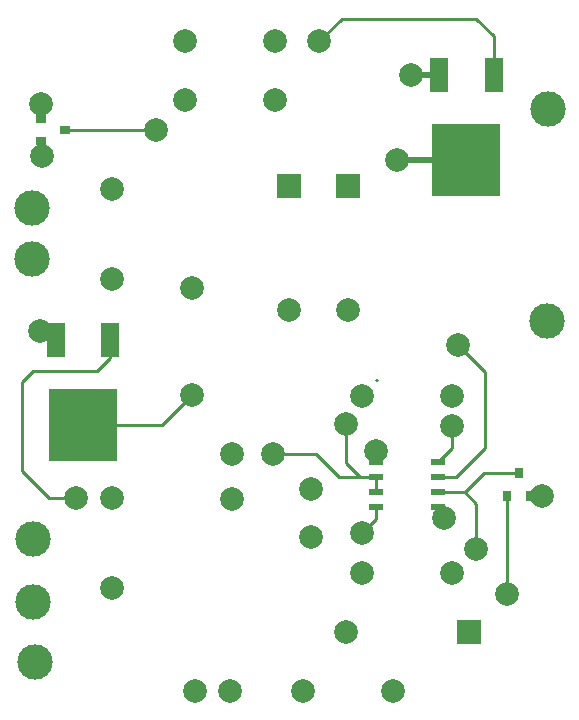
<source format=gtl>
G04 Layer_Physical_Order=1*
G04 Layer_Color=255*
%FSLAX24Y24*%
%MOIN*%
G70*
G01*
G75*
%ADD10R,0.0630X0.1181*%
%ADD11R,0.2283X0.2441*%
%ADD12R,0.0315X0.0354*%
%ADD13R,0.0354X0.0315*%
G04:AMPARAMS|DCode=14|XSize=21.7mil|YSize=49.2mil|CornerRadius=1.9mil|HoleSize=0mil|Usage=FLASHONLY|Rotation=270.000|XOffset=0mil|YOffset=0mil|HoleType=Round|Shape=RoundedRectangle|*
%AMROUNDEDRECTD14*
21,1,0.0217,0.0453,0,0,270.0*
21,1,0.0178,0.0492,0,0,270.0*
1,1,0.0039,-0.0227,-0.0089*
1,1,0.0039,-0.0227,0.0089*
1,1,0.0039,0.0227,0.0089*
1,1,0.0039,0.0227,-0.0089*
%
%ADD14ROUNDEDRECTD14*%
%ADD15C,0.0100*%
%ADD16C,0.0197*%
%ADD17R,0.0787X0.0787*%
%ADD18C,0.0787*%
%ADD19R,0.0787X0.0787*%
%ADD20C,0.1181*%
D10*
X28461Y31378D02*
D03*
X26658D02*
D03*
X15665Y22520D02*
D03*
X13862D02*
D03*
D11*
X27559Y28543D02*
D03*
X14764Y19685D02*
D03*
D12*
X28919Y17323D02*
D03*
X29667D02*
D03*
X29293Y18110D02*
D03*
D13*
X13386Y29902D02*
D03*
Y29154D02*
D03*
X14173Y29528D02*
D03*
D14*
X26624Y16967D02*
D03*
Y17467D02*
D03*
Y17967D02*
D03*
Y18467D02*
D03*
X24557Y16967D02*
D03*
Y17467D02*
D03*
Y17967D02*
D03*
Y18467D02*
D03*
D15*
Y16547D02*
Y16967D01*
X24091Y16081D02*
X24557Y16547D01*
X25240Y28543D02*
X25240Y28543D01*
X14530Y17248D02*
X14530Y17248D01*
X13652Y17248D02*
X14530D01*
X23622Y27650D02*
X23622Y27650D01*
X21120Y18731D02*
X22559D01*
X27260Y22360D02*
X28170Y21450D01*
X28919Y14065D02*
Y17323D01*
X27890Y15563D02*
Y17070D01*
X27091Y18933D02*
Y19660D01*
X26624Y18467D02*
X27091Y18933D01*
X23530Y19740D02*
X23530Y19740D01*
Y18440D02*
Y19740D01*
X28461Y31378D02*
Y32659D01*
X27880Y33240D02*
X28461Y32659D01*
X23400Y33240D02*
X27880D01*
X22640Y32480D02*
X23400Y33240D01*
X14173Y29528D02*
X17201D01*
X25700Y31378D02*
X25700Y31378D01*
X25700D02*
X25700Y31378D01*
X13120Y21500D02*
X15250D01*
X12750Y21130D02*
X13120Y21500D01*
X12750Y18150D02*
Y21130D01*
Y18150D02*
X13652Y17248D01*
X24003Y17967D02*
X24557D01*
X23323D02*
X24003D01*
X23530Y18440D02*
X24003Y17967D01*
X28137Y18110D02*
X29293D01*
X27493Y17467D02*
X28137Y18110D01*
X27493Y17467D02*
X27890Y17070D01*
X26624Y17467D02*
X27493D01*
X14764Y19685D02*
X17404D01*
X28170Y18930D02*
Y21450D01*
X27207Y17967D02*
X28170Y18930D01*
X22559Y18731D02*
X23323Y17967D01*
X22122Y10827D02*
X22122Y10827D01*
X24557Y17467D02*
Y17967D01*
X15665Y21915D02*
Y22520D01*
X15250Y21500D02*
X15665Y21915D01*
X26624Y17967D02*
X27207D01*
X17404Y19685D02*
X18424Y20706D01*
X24557Y21197D02*
X24560Y21200D01*
D16*
X25240Y28543D02*
X27559D01*
X25700Y31378D02*
X26658D01*
D17*
X27650Y12795D02*
D03*
D18*
X23531D02*
D03*
X21654Y23531D02*
D03*
X18424Y20706D02*
D03*
Y24249D02*
D03*
X23622Y23531D02*
D03*
X22122Y10827D02*
D03*
X25122D02*
D03*
X27091Y14764D02*
D03*
X24091D02*
D03*
X15748Y17248D02*
D03*
Y14248D02*
D03*
Y27559D02*
D03*
Y24559D02*
D03*
X27091Y20669D02*
D03*
X24091D02*
D03*
X18185Y32480D02*
D03*
X21185D02*
D03*
X18185Y30512D02*
D03*
X21185D02*
D03*
X24091Y16081D02*
D03*
X13400Y28670D02*
D03*
X13370Y30400D02*
D03*
X25240Y28543D02*
D03*
X14530Y17248D02*
D03*
X26800Y16580D02*
D03*
X24550Y18819D02*
D03*
X27091Y19660D02*
D03*
X23530Y19740D02*
D03*
X27890Y15563D02*
D03*
X27260Y22360D02*
D03*
X22640Y32480D02*
D03*
X17201Y29528D02*
D03*
X28915Y14065D02*
D03*
X21120Y18731D02*
D03*
X19740D02*
D03*
X25700Y31378D02*
D03*
X19680Y10827D02*
D03*
X18500D02*
D03*
X19740Y17220D02*
D03*
X22370Y17560D02*
D03*
X30090Y17320D02*
D03*
X22370Y15970D02*
D03*
X13340Y22840D02*
D03*
D19*
X21654Y27650D02*
D03*
X23622Y27650D02*
D03*
D20*
X30270Y30220D02*
D03*
X13100Y15880D02*
D03*
X13060Y25230D02*
D03*
X13060Y26930D02*
D03*
X13170Y11810D02*
D03*
X13110Y13810D02*
D03*
X30250Y23150D02*
D03*
M02*

</source>
